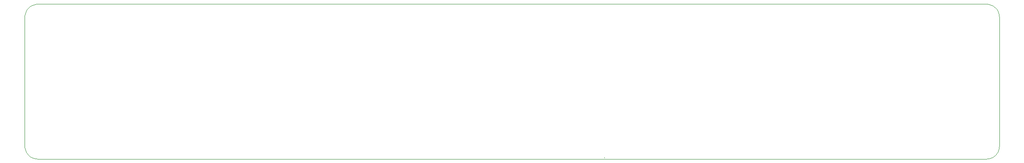
<source format=gm1>
G04*
G04 #@! TF.GenerationSoftware,Altium Limited,Altium Designer,23.5.1 (21)*
G04*
G04 Layer_Color=16711935*
%FSLAX44Y44*%
%MOMM*%
G71*
G04*
G04 #@! TF.SameCoordinates,DE583170-315A-417A-B135-1053CC169A87*
G04*
G04*
G04 #@! TF.FilePolarity,Positive*
G04*
G01*
G75*
%ADD12C,0.1000*%
%ADD256C,0.0127*%
D12*
X1709037Y119109D02*
X1711650Y119246D01*
X1714234Y119655D01*
X1716762Y120332D01*
X1719205Y121270D01*
X1721537Y122458D01*
X1723731Y123883D01*
X1725765Y125530D01*
X1727615Y127380D01*
X1729262Y129414D01*
X1730687Y131609D01*
X1731875Y133940D01*
X1732813Y136383D01*
X1733490Y138911D01*
X1733900Y141495D01*
X1734037Y144109D01*
X-120963Y419109D02*
X-123576Y418972D01*
X-126161Y418562D01*
X-128689Y417885D01*
X-131132Y416947D01*
X-133463Y415759D01*
X-135658Y414334D01*
X-137691Y412687D01*
X-139542Y410837D01*
X-141189Y408803D01*
X-142614Y406609D01*
X-143802Y404277D01*
X-144740Y401834D01*
X-145417Y399306D01*
X-145826Y396722D01*
X-145963Y394109D01*
Y144109D02*
X-145826Y141495D01*
X-145417Y138911D01*
X-144740Y136383D01*
X-143802Y133940D01*
X-142614Y131609D01*
X-141189Y129414D01*
X-139542Y127380D01*
X-137691Y125530D01*
X-135658Y123883D01*
X-133463Y122458D01*
X-131132Y121270D01*
X-128689Y120332D01*
X-126161Y119655D01*
X-123576Y119246D01*
X-120963Y119109D01*
X1734037Y394109D02*
X1733900Y396722D01*
X1733490Y399306D01*
X1732813Y401834D01*
X1731875Y404277D01*
X1730687Y406609D01*
X1729262Y408803D01*
X1727615Y410837D01*
X1725765Y412687D01*
X1723731Y414334D01*
X1721537Y415759D01*
X1719205Y416947D01*
X1716762Y417885D01*
X1714234Y418562D01*
X1711650Y418972D01*
X1709037Y419109D01*
X-120963Y419109D02*
X1709037Y419109D01*
X-145963Y144109D02*
Y394109D01*
X-120963Y119108D02*
X1709037Y119109D01*
X1734037Y144109D02*
Y394109D01*
D256*
X972287Y121182D02*
Y122182D01*
M02*

</source>
